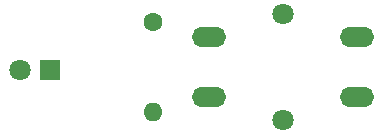
<source format=gbs>
%TF.GenerationSoftware,KiCad,Pcbnew,8.0.7*%
%TF.CreationDate,2024-12-27T18:42:03+05:30*%
%TF.ProjectId,Project 1 LED torch,50726f6a-6563-4742-9031-204c45442074,1*%
%TF.SameCoordinates,Original*%
%TF.FileFunction,Soldermask,Bot*%
%TF.FilePolarity,Negative*%
%FSLAX46Y46*%
G04 Gerber Fmt 4.6, Leading zero omitted, Abs format (unit mm)*
G04 Created by KiCad (PCBNEW 8.0.7) date 2024-12-27 18:42:03*
%MOMM*%
%LPD*%
G01*
G04 APERTURE LIST*
%ADD10C,1.800000*%
%ADD11R,1.800000X1.800000*%
%ADD12O,2.900000X1.700000*%
%ADD13C,1.600000*%
%ADD14O,1.600000X1.600000*%
G04 APERTURE END LIST*
D10*
%TO.C,D1*%
X107485000Y-107000000D03*
D11*
X110025000Y-107000000D03*
%TD*%
D10*
%TO.C,SW1*%
X129750000Y-102250000D03*
X129750000Y-111250000D03*
D12*
X123500000Y-104250000D03*
X136000000Y-104250000D03*
X123500000Y-109250000D03*
X136000000Y-109250000D03*
%TD*%
D13*
%TO.C,R1*%
X118750000Y-102940000D03*
D14*
X118750000Y-110560000D03*
%TD*%
M02*

</source>
